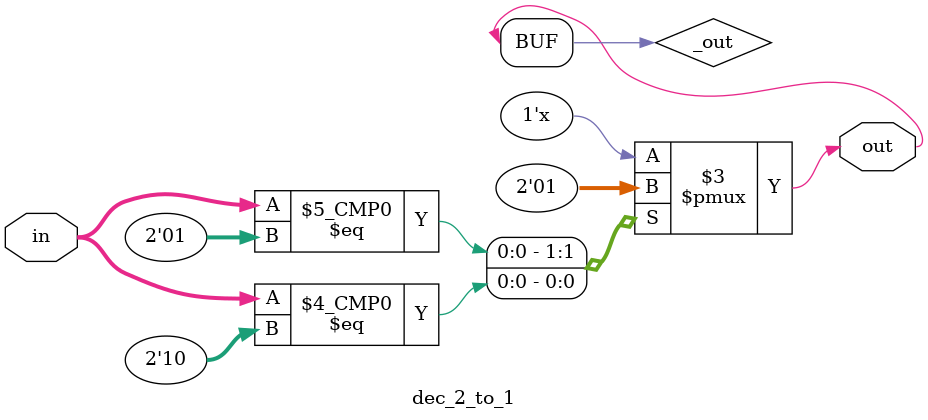
<source format=v>
module dec_2_to_1
(
	output wire 	  out,
	input  wire [1:0] in
);

reg _out;
assign out = _out;

always @(*) begin
	case (in)
		2'b01: _out = 1'b0;
		2'b10: _out = 1'b1;
		default: _out = 1'bz;
	endcase
end

endmodule
</source>
